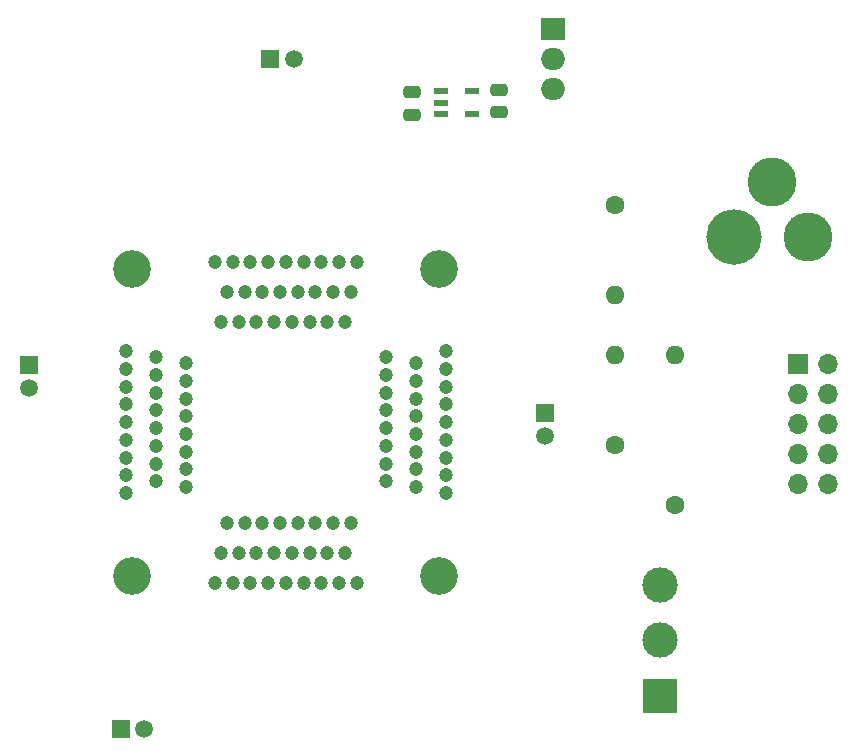
<source format=gts>
%TF.GenerationSoftware,KiCad,Pcbnew,8.0.7*%
%TF.CreationDate,2025-03-02T12:41:37+02:00*%
%TF.ProjectId,EPM570 Programmer,45504d35-3730-4205-9072-6f6772616d6d,V0*%
%TF.SameCoordinates,Original*%
%TF.FileFunction,Soldermask,Top*%
%TF.FilePolarity,Negative*%
%FSLAX46Y46*%
G04 Gerber Fmt 4.6, Leading zero omitted, Abs format (unit mm)*
G04 Created by KiCad (PCBNEW 8.0.7) date 2025-03-02 12:41:37*
%MOMM*%
%LPD*%
G01*
G04 APERTURE LIST*
G04 Aperture macros list*
%AMRoundRect*
0 Rectangle with rounded corners*
0 $1 Rounding radius*
0 $2 $3 $4 $5 $6 $7 $8 $9 X,Y pos of 4 corners*
0 Add a 4 corners polygon primitive as box body*
4,1,4,$2,$3,$4,$5,$6,$7,$8,$9,$2,$3,0*
0 Add four circle primitives for the rounded corners*
1,1,$1+$1,$2,$3*
1,1,$1+$1,$4,$5*
1,1,$1+$1,$6,$7*
1,1,$1+$1,$8,$9*
0 Add four rect primitives between the rounded corners*
20,1,$1+$1,$2,$3,$4,$5,0*
20,1,$1+$1,$4,$5,$6,$7,0*
20,1,$1+$1,$6,$7,$8,$9,0*
20,1,$1+$1,$8,$9,$2,$3,0*%
G04 Aperture macros list end*
%ADD10O,2.000000X1.905000*%
%ADD11R,2.000000X1.905000*%
%ADD12C,3.000000*%
%ADD13R,3.000000X3.000000*%
%ADD14C,3.200000*%
%ADD15C,1.200000*%
%ADD16C,1.500000*%
%ADD17R,1.500000X1.500000*%
%ADD18R,1.150000X0.600000*%
%ADD19C,4.150000*%
%ADD20C,4.700000*%
%ADD21O,1.600000X1.600000*%
%ADD22C,1.600000*%
%ADD23RoundRect,0.250000X-0.475000X0.250000X-0.475000X-0.250000X0.475000X-0.250000X0.475000X0.250000X0*%
%ADD24RoundRect,0.250000X0.475000X-0.250000X0.475000X0.250000X-0.475000X0.250000X-0.475000X-0.250000X0*%
%ADD25O,1.700000X1.700000*%
%ADD26R,1.700000X1.700000*%
G04 APERTURE END LIST*
D10*
%TO.C,U1*%
X34290000Y17780000D03*
X34290000Y20320000D03*
D11*
X34290000Y22860000D03*
%TD*%
D12*
%TO.C,S2*%
X43344000Y-24240000D03*
X43344000Y-28939000D03*
D13*
X43344000Y-33638000D03*
%TD*%
D14*
%TO.C,J1*%
X-1307000Y2539000D03*
X-1307000Y-23461000D03*
X24693000Y2539000D03*
X24693000Y-23461000D03*
D15*
X-1887000Y-4461000D03*
X653000Y-4961000D03*
X3193000Y-5461000D03*
X-1887000Y-5961000D03*
X653000Y-6461000D03*
X3193000Y-6961000D03*
X-1887000Y-7461000D03*
X653000Y-7961000D03*
X3193000Y-8461000D03*
X-1887000Y-8961000D03*
X653000Y-9461000D03*
X3193000Y-9961000D03*
X-1887000Y-10461000D03*
X653000Y-10961000D03*
X3193000Y-11461000D03*
X-1887000Y-11961000D03*
X653000Y-12461000D03*
X3193000Y-12961000D03*
X-1887000Y-13461000D03*
X653000Y-13961000D03*
X3193000Y-14461000D03*
X-1887000Y-14961000D03*
X653000Y-15461000D03*
X3193000Y-15961000D03*
X-1887000Y-16461000D03*
X5693000Y-24041000D03*
X6193000Y-21501000D03*
X6693000Y-18961000D03*
X7193000Y-24041000D03*
X7693000Y-21501000D03*
X8193000Y-18961000D03*
X8693000Y-24041000D03*
X9193000Y-21501000D03*
X9693000Y-18961000D03*
X10193000Y-24041000D03*
X10693000Y-21501000D03*
X11193000Y-18961000D03*
X11693000Y-24041000D03*
X12193000Y-21501000D03*
X12693000Y-18961000D03*
X13193000Y-24041000D03*
X13693000Y-21501000D03*
X14193000Y-18961000D03*
X14693000Y-24041000D03*
X15193000Y-21501000D03*
X15693000Y-18961000D03*
X16193000Y-24041000D03*
X16693000Y-21501000D03*
X17193000Y-18961000D03*
X17693000Y-24041000D03*
X25273000Y-16461000D03*
X22733000Y-15961000D03*
X20193000Y-15461000D03*
X25273000Y-14961000D03*
X22733000Y-14461000D03*
X20193000Y-13961000D03*
X25273000Y-13461000D03*
X22733000Y-12961000D03*
X20193000Y-12461000D03*
X25273000Y-11961000D03*
X22733000Y-11461000D03*
X20193000Y-10961000D03*
X25273000Y-10461000D03*
X22733000Y-9961000D03*
X20193000Y-9461000D03*
X25273000Y-8961000D03*
X22733000Y-8461000D03*
X20193000Y-7961000D03*
X25273000Y-7461000D03*
X22733000Y-6961000D03*
X20193000Y-6461000D03*
X25273000Y-5961000D03*
X22733000Y-5461000D03*
X20193000Y-4961000D03*
X25273000Y-4461000D03*
X17693000Y3119000D03*
X17193000Y579000D03*
X16693000Y-1961000D03*
X16193000Y3119000D03*
X15693000Y579000D03*
X15193000Y-1961000D03*
X14693000Y3119000D03*
X14193000Y579000D03*
X13693000Y-1961000D03*
X13193000Y3119000D03*
X12693000Y579000D03*
X12193000Y-1961000D03*
X11693000Y3119000D03*
X11193000Y579000D03*
X10693000Y-1961000D03*
X10193000Y3119000D03*
X9693000Y579000D03*
X9193000Y-1961000D03*
X8693000Y3119000D03*
X8193000Y579000D03*
X7693000Y-1961000D03*
X7193000Y3119000D03*
X6693000Y579000D03*
X6193000Y-1961000D03*
X5693000Y3119000D03*
%TD*%
D16*
%TO.C,C1*%
X12356000Y20320000D03*
D17*
X10356000Y20320000D03*
%TD*%
D18*
%TO.C,IC1*%
X27464000Y17548000D03*
X27464000Y15648000D03*
X24864000Y15648000D03*
X24864000Y16598000D03*
X24864000Y17548000D03*
%TD*%
D19*
%TO.C,J2*%
X55857000Y5207000D03*
X52857000Y9907000D03*
D20*
X49657000Y5207000D03*
%TD*%
D21*
%TO.C,R1*%
X44614000Y-4809000D03*
D22*
X44614000Y-17509000D03*
%TD*%
D23*
%TO.C,C6*%
X29718000Y15798000D03*
X29718000Y17698000D03*
%TD*%
D17*
%TO.C,C3*%
X33655000Y-9652000D03*
D16*
X33655000Y-11652000D03*
%TD*%
D21*
%TO.C,R2*%
X39534000Y-4809000D03*
D22*
X39534000Y-12429000D03*
%TD*%
D21*
%TO.C,R3*%
X39534000Y271000D03*
D22*
X39534000Y7891000D03*
%TD*%
D17*
%TO.C,C2*%
X-2286000Y-36449000D03*
D16*
X-286000Y-36449000D03*
%TD*%
D24*
%TO.C,C5*%
X22354000Y17487000D03*
X22354000Y15587000D03*
%TD*%
D17*
%TO.C,C4*%
X-10033000Y-5588000D03*
D16*
X-10033000Y-7588000D03*
%TD*%
D25*
%TO.C,J3*%
X57568000Y-15731000D03*
X55028000Y-15731000D03*
X57568000Y-13191000D03*
X55028000Y-13191000D03*
X57568000Y-10651000D03*
X55028000Y-10651000D03*
X57568000Y-8111000D03*
X55028000Y-8111000D03*
X57568000Y-5571000D03*
D26*
X55028000Y-5571000D03*
%TD*%
M02*

</source>
